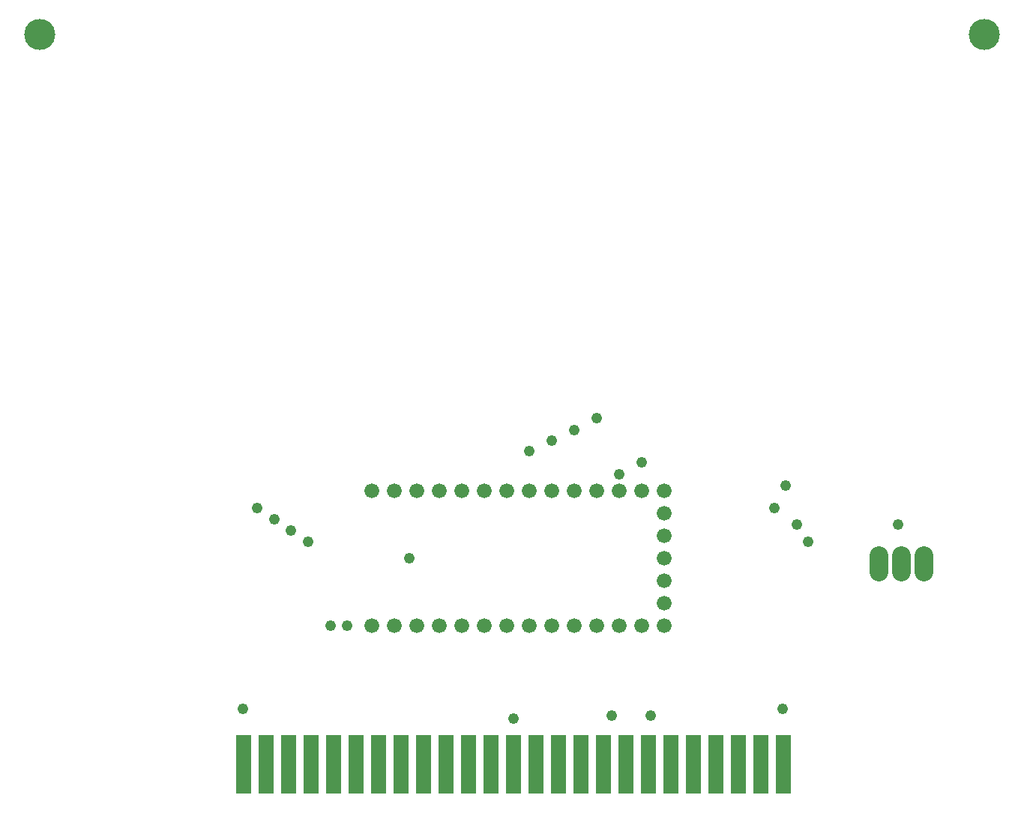
<source format=gbs>
G75*
%MOIN*%
%OFA0B0*%
%FSLAX25Y25*%
%IPPOS*%
%LPD*%
%AMOC8*
5,1,8,0,0,1.08239X$1,22.5*
%
%ADD10C,0.13800*%
%ADD11R,0.06800X0.26300*%
%ADD12C,0.06600*%
%ADD13C,0.08200*%
%ADD14C,0.04762*%
D10*
X0030636Y0362404D03*
X0450619Y0362404D03*
D11*
X0121170Y0038000D03*
X0131170Y0038000D03*
X0141170Y0038000D03*
X0151170Y0038000D03*
X0161170Y0038000D03*
X0171170Y0038000D03*
X0181170Y0038000D03*
X0191170Y0038000D03*
X0201170Y0038000D03*
X0211170Y0038000D03*
X0221170Y0038000D03*
X0231170Y0038000D03*
X0241170Y0038000D03*
X0251170Y0038000D03*
X0261170Y0038000D03*
X0271170Y0038000D03*
X0281170Y0038000D03*
X0291170Y0038000D03*
X0301170Y0038000D03*
X0311170Y0038000D03*
X0321170Y0038000D03*
X0331170Y0038000D03*
X0341170Y0038000D03*
X0351170Y0038000D03*
X0361170Y0038000D03*
D12*
X0308220Y0099544D03*
X0298220Y0099544D03*
X0288220Y0099544D03*
X0278220Y0099544D03*
X0268220Y0099544D03*
X0258220Y0099544D03*
X0248220Y0099544D03*
X0238220Y0099544D03*
X0228220Y0099544D03*
X0218220Y0099544D03*
X0208220Y0099544D03*
X0198220Y0099544D03*
X0188220Y0099544D03*
X0178220Y0099544D03*
X0178220Y0159544D03*
X0188220Y0159544D03*
X0198220Y0159544D03*
X0208220Y0159544D03*
X0218220Y0159544D03*
X0228220Y0159544D03*
X0238220Y0159544D03*
X0248220Y0159544D03*
X0258220Y0159544D03*
X0268220Y0159544D03*
X0278220Y0159544D03*
X0288220Y0159544D03*
X0298220Y0159544D03*
X0308220Y0159544D03*
X0308220Y0149544D03*
X0308220Y0139544D03*
X0308220Y0129544D03*
X0308220Y0119544D03*
X0308220Y0109544D03*
D13*
X0403511Y0123653D02*
X0403511Y0131053D01*
X0413511Y0131053D02*
X0413511Y0123653D01*
X0423511Y0123653D02*
X0423511Y0131053D01*
D14*
X0412233Y0144410D03*
X0372233Y0136910D03*
X0367233Y0144410D03*
X0357233Y0151910D03*
X0362233Y0161910D03*
X0298183Y0172310D03*
X0288183Y0167010D03*
X0268133Y0186660D03*
X0258183Y0181860D03*
X0248183Y0177110D03*
X0278383Y0191960D03*
X0194733Y0129410D03*
X0167233Y0099410D03*
X0159733Y0099410D03*
X0121033Y0062510D03*
X0149733Y0136910D03*
X0142233Y0141910D03*
X0134733Y0146910D03*
X0127233Y0151910D03*
X0241283Y0058210D03*
X0284733Y0059410D03*
X0302233Y0059410D03*
X0361033Y0062510D03*
M02*

</source>
